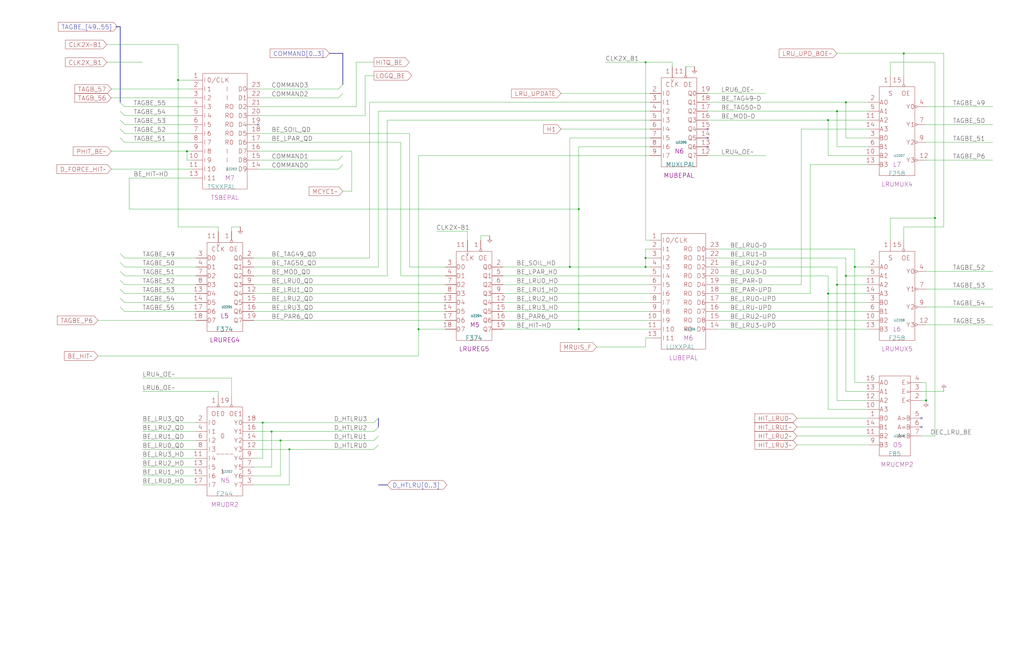
<source format=kicad_sch>
(kicad_sch (version 20210621) (generator eeschema)
  (paper "User" 584.2 378.46)
  (title_block (title "LRU LOGIC\\nPLANE B_EARLY") (date "08-MAR-90") (rev "0.0") (comment 1 "MEM32 BOARD") (comment 2 "232-003066") (comment 3 "S400") (comment 4 "RELEASED"))
  (junction (at 101.6 45.72))
  (junction (at 106.68 86.36))
  (junction (at 149.86 241.3))
  (junction (at 154.94 246.38))
  (junction (at 160.02 251.46))
  (junction (at 165.1 256.54))
  (junction (at 238.76 187.96))
  (junction (at 325.12 152.4))
  (junction (at 330.2 119.38))
  (junction (at 330.2 187.96))
  (junction (at 368.3 35.56))
  (junction (at 368.3 147.32))
  (junction (at 368.3 152.4))
  (junction (at 472.44 68.58))
  (junction (at 472.44 167.64))
  (junction (at 477.52 63.5))
  (junction (at 477.52 162.56))
  (junction (at 482.6 58.42))
  (junction (at 482.6 157.48))
  (junction (at 487.68 152.4))
  (junction (at 515.62 30.48))
  (junction (at 528.32 228.6))
  (junction (at 533.4 124.46))
  (no_connect (at 147.32 71.12))
  (no_connect (at 403.86 73.66))
  (no_connect (at 403.86 78.74))
  (no_connect (at 403.86 83.82))
  (no_connect (at 525.78 238.76))
  (no_connect (at 525.78 243.84))
  (bus_entry (at 68.58 58.42) (size 2.54 2.54))
  (bus_entry (at 68.58 63.5) (size 2.54 2.54))
  (bus_entry (at 68.58 68.58) (size 2.54 2.54))
  (bus_entry (at 68.58 73.66) (size 2.54 2.54))
  (bus_entry (at 68.58 78.74) (size 2.54 2.54))
  (bus_entry (at 68.58 144.78) (size 2.54 2.54))
  (bus_entry (at 68.58 149.86) (size 2.54 2.54))
  (bus_entry (at 68.58 154.94) (size 2.54 2.54))
  (bus_entry (at 68.58 160.02) (size 2.54 2.54))
  (bus_entry (at 68.58 165.1) (size 2.54 2.54))
  (bus_entry (at 68.58 170.18) (size 2.54 2.54))
  (bus_entry (at 68.58 175.26) (size 2.54 2.54))
  (bus_entry (at 195.58 48.26) (size -2.54 2.54))
  (bus_entry (at 195.58 53.34) (size -2.54 2.54))
  (bus_entry (at 195.58 88.9) (size -2.54 2.54))
  (bus_entry (at 195.58 93.98) (size -2.54 2.54))
  (bus_entry (at 215.9 238.76) (size -2.54 2.54))
  (bus_entry (at 215.9 243.84) (size -2.54 2.54))
  (bus_entry (at 215.9 248.92) (size -2.54 2.54))
  (bus_entry (at 215.9 254) (size -2.54 2.54))
  (wire (pts (xy 55.88 182.88) (xy 111.76 182.88)))
  (wire (pts (xy 55.88 203.2) (xy 238.76 203.2)))
  (wire (pts (xy 60.96 25.4) (xy 101.6 25.4)))
  (wire (pts (xy 60.96 35.56) (xy 81.28 35.56)))
  (wire (pts (xy 63.5 50.8) (xy 109.22 50.8)))
  (wire (pts (xy 63.5 55.88) (xy 109.22 55.88)))
  (wire (pts (xy 63.5 86.36) (xy 106.68 86.36)))
  (wire (pts (xy 63.5 96.52) (xy 109.22 96.52)))
  (wire (pts (xy 71.12 60.96) (xy 109.22 60.96)))
  (wire (pts (xy 71.12 66.04) (xy 109.22 66.04)))
  (wire (pts (xy 71.12 71.12) (xy 109.22 71.12)))
  (wire (pts (xy 71.12 76.2) (xy 109.22 76.2)))
  (wire (pts (xy 71.12 81.28) (xy 109.22 81.28)))
  (wire (pts (xy 71.12 147.32) (xy 111.76 147.32)))
  (wire (pts (xy 71.12 152.4) (xy 111.76 152.4)))
  (wire (pts (xy 71.12 157.48) (xy 111.76 157.48)))
  (wire (pts (xy 71.12 162.56) (xy 111.76 162.56)))
  (wire (pts (xy 71.12 167.64) (xy 111.76 167.64)))
  (wire (pts (xy 71.12 172.72) (xy 111.76 172.72)))
  (wire (pts (xy 71.12 177.8) (xy 111.76 177.8)))
  (wire (pts (xy 73.66 101.6) (xy 109.22 101.6)))
  (wire (pts (xy 73.66 119.38) (xy 73.66 101.6)))
  (wire (pts (xy 81.28 215.9) (xy 132.08 215.9)))
  (wire (pts (xy 81.28 223.52) (xy 124.46 223.52)))
  (wire (pts (xy 81.28 241.3) (xy 111.76 241.3)))
  (wire (pts (xy 81.28 246.38) (xy 111.76 246.38)))
  (wire (pts (xy 81.28 251.46) (xy 111.76 251.46)))
  (wire (pts (xy 81.28 256.54) (xy 111.76 256.54)))
  (wire (pts (xy 81.28 261.62) (xy 111.76 261.62)))
  (wire (pts (xy 81.28 266.7) (xy 111.76 266.7)))
  (wire (pts (xy 81.28 271.78) (xy 111.76 271.78)))
  (wire (pts (xy 81.28 276.86) (xy 111.76 276.86)))
  (wire (pts (xy 101.6 25.4) (xy 101.6 45.72)))
  (wire (pts (xy 101.6 45.72) (xy 101.6 129.54)))
  (wire (pts (xy 101.6 45.72) (xy 109.22 45.72)))
  (wire (pts (xy 106.68 86.36) (xy 109.22 86.36)))
  (wire (pts (xy 106.68 91.44) (xy 106.68 86.36)))
  (wire (pts (xy 109.22 91.44) (xy 106.68 91.44)))
  (wire (pts (xy 124.46 129.54) (xy 101.6 129.54)))
  (wire (pts (xy 124.46 132.08) (xy 124.46 129.54)))
  (wire (pts (xy 124.46 223.52) (xy 124.46 226.06)))
  (wire (pts (xy 132.08 129.54) (xy 132.08 132.08)))
  (wire (pts (xy 132.08 215.9) (xy 132.08 226.06)))
  (wire (pts (xy 137.16 129.54) (xy 132.08 129.54)))
  (wire (pts (xy 144.78 152.4) (xy 215.9 152.4)))
  (wire (pts (xy 144.78 162.56) (xy 254 162.56)))
  (wire (pts (xy 144.78 167.64) (xy 254 167.64)))
  (wire (pts (xy 144.78 172.72) (xy 254 172.72)))
  (wire (pts (xy 144.78 177.8) (xy 254 177.8)))
  (wire (pts (xy 144.78 182.88) (xy 254 182.88)))
  (wire (pts (xy 144.78 241.3) (xy 149.86 241.3)))
  (wire (pts (xy 144.78 246.38) (xy 154.94 246.38)))
  (wire (pts (xy 144.78 251.46) (xy 160.02 251.46)))
  (wire (pts (xy 144.78 256.54) (xy 165.1 256.54)))
  (wire (pts (xy 144.78 261.62) (xy 149.86 261.62)))
  (wire (pts (xy 144.78 266.7) (xy 154.94 266.7)))
  (wire (pts (xy 144.78 271.78) (xy 160.02 271.78)))
  (wire (pts (xy 144.78 276.86) (xy 165.1 276.86)))
  (wire (pts (xy 147.32 50.8) (xy 193.04 50.8)))
  (wire (pts (xy 147.32 55.88) (xy 193.04 55.88)))
  (wire (pts (xy 147.32 60.96) (xy 203.2 60.96)))
  (wire (pts (xy 147.32 76.2) (xy 233.68 76.2)))
  (wire (pts (xy 147.32 91.44) (xy 193.04 91.44)))
  (wire (pts (xy 147.32 96.52) (xy 193.04 96.52)))
  (wire (pts (xy 149.86 241.3) (xy 213.36 241.3)))
  (wire (pts (xy 149.86 261.62) (xy 149.86 241.3)))
  (wire (pts (xy 154.94 246.38) (xy 213.36 246.38)))
  (wire (pts (xy 154.94 266.7) (xy 154.94 246.38)))
  (wire (pts (xy 160.02 251.46) (xy 213.36 251.46)))
  (wire (pts (xy 160.02 271.78) (xy 160.02 251.46)))
  (wire (pts (xy 165.1 256.54) (xy 213.36 256.54)))
  (wire (pts (xy 165.1 276.86) (xy 165.1 256.54)))
  (wire (pts (xy 195.58 109.22) (xy 200.66 109.22)))
  (wire (pts (xy 200.66 86.36) (xy 147.32 86.36)))
  (wire (pts (xy 200.66 109.22) (xy 200.66 86.36)))
  (wire (pts (xy 203.2 35.56) (xy 213.36 35.56)))
  (wire (pts (xy 203.2 60.96) (xy 203.2 35.56)))
  (wire (pts (xy 208.28 43.18) (xy 208.28 66.04)))
  (wire (pts (xy 208.28 66.04) (xy 147.32 66.04)))
  (wire (pts (xy 210.82 58.42) (xy 210.82 147.32)))
  (wire (pts (xy 210.82 147.32) (xy 144.78 147.32)))
  (wire (pts (xy 213.36 43.18) (xy 208.28 43.18)))
  (wire (pts (xy 215.9 63.5) (xy 370.84 63.5)))
  (wire (pts (xy 215.9 152.4) (xy 215.9 63.5)))
  (wire (pts (xy 220.98 68.58) (xy 220.98 157.48)))
  (wire (pts (xy 220.98 157.48) (xy 144.78 157.48)))
  (wire (pts (xy 228.6 81.28) (xy 147.32 81.28)))
  (wire (pts (xy 228.6 157.48) (xy 228.6 81.28)))
  (wire (pts (xy 233.68 76.2) (xy 233.68 152.4)))
  (wire (pts (xy 233.68 152.4) (xy 254 152.4)))
  (wire (pts (xy 238.76 88.9) (xy 238.76 187.96)))
  (wire (pts (xy 238.76 187.96) (xy 254 187.96)))
  (wire (pts (xy 238.76 203.2) (xy 238.76 187.96)))
  (wire (pts (xy 248.92 132.08) (xy 266.7 132.08)))
  (wire (pts (xy 254 157.48) (xy 228.6 157.48)))
  (wire (pts (xy 266.7 132.08) (xy 266.7 137.16)))
  (wire (pts (xy 274.32 134.62) (xy 274.32 137.16)))
  (wire (pts (xy 279.4 134.62) (xy 274.32 134.62)))
  (wire (pts (xy 287.02 152.4) (xy 325.12 152.4)))
  (wire (pts (xy 287.02 157.48) (xy 370.84 157.48)))
  (wire (pts (xy 287.02 162.56) (xy 370.84 162.56)))
  (wire (pts (xy 287.02 167.64) (xy 370.84 167.64)))
  (wire (pts (xy 287.02 172.72) (xy 370.84 172.72)))
  (wire (pts (xy 287.02 177.8) (xy 370.84 177.8)))
  (wire (pts (xy 287.02 182.88) (xy 370.84 182.88)))
  (wire (pts (xy 287.02 187.96) (xy 330.2 187.96)))
  (wire (pts (xy 320.04 53.34) (xy 370.84 53.34)))
  (wire (pts (xy 320.04 73.66) (xy 370.84 73.66)))
  (wire (pts (xy 325.12 78.74) (xy 370.84 78.74)))
  (wire (pts (xy 325.12 152.4) (xy 325.12 78.74)))
  (wire (pts (xy 325.12 152.4) (xy 368.3 152.4)))
  (wire (pts (xy 330.2 83.82) (xy 370.84 83.82)))
  (wire (pts (xy 330.2 119.38) (xy 73.66 119.38)))
  (wire (pts (xy 330.2 119.38) (xy 330.2 83.82)))
  (wire (pts (xy 330.2 187.96) (xy 330.2 119.38)))
  (wire (pts (xy 330.2 187.96) (xy 370.84 187.96)))
  (wire (pts (xy 340.36 198.12) (xy 368.3 198.12)))
  (wire (pts (xy 345.44 35.56) (xy 368.3 35.56)))
  (wire (pts (xy 368.3 35.56) (xy 368.3 137.16)))
  (wire (pts (xy 368.3 35.56) (xy 383.54 35.56)))
  (wire (pts (xy 368.3 142.24) (xy 368.3 147.32)))
  (wire (pts (xy 368.3 147.32) (xy 368.3 152.4)))
  (wire (pts (xy 368.3 147.32) (xy 370.84 147.32)))
  (wire (pts (xy 368.3 152.4) (xy 370.84 152.4)))
  (wire (pts (xy 368.3 193.04) (xy 370.84 193.04)))
  (wire (pts (xy 368.3 198.12) (xy 368.3 193.04)))
  (wire (pts (xy 370.84 58.42) (xy 210.82 58.42)))
  (wire (pts (xy 370.84 68.58) (xy 220.98 68.58)))
  (wire (pts (xy 370.84 88.9) (xy 238.76 88.9)))
  (wire (pts (xy 370.84 137.16) (xy 368.3 137.16)))
  (wire (pts (xy 370.84 142.24) (xy 368.3 142.24)))
  (wire (pts (xy 383.54 35.56) (xy 383.54 38.1)))
  (wire (pts (xy 391.16 38.1) (xy 396.24 38.1)))
  (wire (pts (xy 403.86 53.34) (xy 436.88 53.34)))
  (wire (pts (xy 403.86 58.42) (xy 482.6 58.42)))
  (wire (pts (xy 403.86 63.5) (xy 477.52 63.5)))
  (wire (pts (xy 403.86 68.58) (xy 472.44 68.58)))
  (wire (pts (xy 403.86 88.9) (xy 436.88 88.9)))
  (wire (pts (xy 408.94 142.24) (xy 487.68 142.24)))
  (wire (pts (xy 408.94 152.4) (xy 477.52 152.4)))
  (wire (pts (xy 408.94 162.56) (xy 457.2 162.56)))
  (wire (pts (xy 408.94 167.64) (xy 462.28 167.64)))
  (wire (pts (xy 408.94 172.72) (xy 495.3 172.72)))
  (wire (pts (xy 408.94 177.8) (xy 495.3 177.8)))
  (wire (pts (xy 408.94 182.88) (xy 495.3 182.88)))
  (wire (pts (xy 408.94 187.96) (xy 495.3 187.96)))
  (wire (pts (xy 454.66 238.76) (xy 495.3 238.76)))
  (wire (pts (xy 454.66 243.84) (xy 495.3 243.84)))
  (wire (pts (xy 454.66 248.92) (xy 495.3 248.92)))
  (wire (pts (xy 454.66 254) (xy 495.3 254)))
  (wire (pts (xy 457.2 73.66) (xy 457.2 162.56)))
  (wire (pts (xy 462.28 93.98) (xy 495.3 93.98)))
  (wire (pts (xy 462.28 167.64) (xy 462.28 93.98)))
  (wire (pts (xy 472.44 68.58) (xy 495.3 68.58)))
  (wire (pts (xy 472.44 88.9) (xy 472.44 68.58)))
  (wire (pts (xy 472.44 157.48) (xy 408.94 157.48)))
  (wire (pts (xy 472.44 167.64) (xy 472.44 157.48)))
  (wire (pts (xy 472.44 167.64) (xy 495.3 167.64)))
  (wire (pts (xy 472.44 233.68) (xy 472.44 167.64)))
  (wire (pts (xy 477.52 30.48) (xy 515.62 30.48)))
  (wire (pts (xy 477.52 63.5) (xy 477.52 83.82)))
  (wire (pts (xy 477.52 63.5) (xy 495.3 63.5)))
  (wire (pts (xy 477.52 83.82) (xy 495.3 83.82)))
  (wire (pts (xy 477.52 152.4) (xy 477.52 162.56)))
  (wire (pts (xy 477.52 162.56) (xy 477.52 228.6)))
  (wire (pts (xy 477.52 162.56) (xy 495.3 162.56)))
  (wire (pts (xy 477.52 228.6) (xy 495.3 228.6)))
  (wire (pts (xy 482.6 58.42) (xy 482.6 78.74)))
  (wire (pts (xy 482.6 58.42) (xy 495.3 58.42)))
  (wire (pts (xy 482.6 147.32) (xy 408.94 147.32)))
  (wire (pts (xy 482.6 157.48) (xy 482.6 147.32)))
  (wire (pts (xy 482.6 157.48) (xy 495.3 157.48)))
  (wire (pts (xy 482.6 223.52) (xy 482.6 157.48)))
  (wire (pts (xy 487.68 142.24) (xy 487.68 152.4)))
  (wire (pts (xy 487.68 152.4) (xy 487.68 218.44)))
  (wire (pts (xy 487.68 152.4) (xy 495.3 152.4)))
  (wire (pts (xy 487.68 218.44) (xy 495.3 218.44)))
  (wire (pts (xy 495.3 73.66) (xy 457.2 73.66)))
  (wire (pts (xy 495.3 78.74) (xy 482.6 78.74)))
  (wire (pts (xy 495.3 88.9) (xy 472.44 88.9)))
  (wire (pts (xy 495.3 223.52) (xy 482.6 223.52)))
  (wire (pts (xy 495.3 233.68) (xy 472.44 233.68)))
  (wire (pts (xy 508 35.56) (xy 508 43.18)))
  (wire (pts (xy 508 124.46) (xy 508 137.16)))
  (wire (pts (xy 515.62 30.48) (xy 515.62 43.18)))
  (wire (pts (xy 515.62 30.48) (xy 538.48 30.48)))
  (wire (pts (xy 515.62 129.54) (xy 538.48 129.54)))
  (wire (pts (xy 515.62 137.16) (xy 515.62 129.54)))
  (wire (pts (xy 525.78 218.44) (xy 528.32 218.44)))
  (wire (pts (xy 525.78 223.52) (xy 538.48 223.52)))
  (wire (pts (xy 525.78 228.6) (xy 528.32 228.6)))
  (wire (pts (xy 525.78 248.92) (xy 533.4 248.92)))
  (wire (pts (xy 528.32 60.96) (xy 566.42 60.96)))
  (wire (pts (xy 528.32 71.12) (xy 566.42 71.12)))
  (wire (pts (xy 528.32 81.28) (xy 566.42 81.28)))
  (wire (pts (xy 528.32 91.44) (xy 566.42 91.44)))
  (wire (pts (xy 528.32 154.94) (xy 566.42 154.94)))
  (wire (pts (xy 528.32 165.1) (xy 566.42 165.1)))
  (wire (pts (xy 528.32 175.26) (xy 566.42 175.26)))
  (wire (pts (xy 528.32 185.42) (xy 566.42 185.42)))
  (wire (pts (xy 528.32 218.44) (xy 528.32 228.6)))
  (wire (pts (xy 533.4 35.56) (xy 508 35.56)))
  (wire (pts (xy 533.4 124.46) (xy 508 124.46)))
  (wire (pts (xy 533.4 124.46) (xy 533.4 35.56)))
  (wire (pts (xy 533.4 248.92) (xy 533.4 124.46)))
  (wire (pts (xy 538.48 129.54) (xy 538.48 30.48)))
  (bus (pts (xy 66.04 15.24) (xy 68.58 15.24)))
  (bus (pts (xy 68.58 15.24) (xy 68.58 180.34)))
  (bus (pts (xy 187.96 30.48) (xy 195.58 30.48)))
  (bus (pts (xy 195.58 30.48) (xy 195.58 99.06)))
  (bus (pts (xy 215.9 238.76) (xy 215.9 276.86)))
  (bus (pts (xy 215.9 276.86) (xy 220.98 276.86)))
  (label "TAGBE_55" (at 76.2 60.96 0) (effects (font (size 2.54 2.54))))
  (label "TAGBE_54" (at 76.2 66.04 0) (effects (font (size 2.54 2.54))))
  (label "TAGBE_53" (at 76.2 71.12 0) (effects (font (size 2.54 2.54))))
  (label "TAGBE_52" (at 76.2 76.2 0) (effects (font (size 2.54 2.54))))
  (label "TAGBE_51" (at 76.2 81.28 0) (effects (font (size 2.54 2.54))))
  (label "BE_HIT~HD" (at 76.2 101.6 0) (effects (font (size 2.54 2.54))))
  (label "TAGBE_49" (at 81.28 147.32 0) (effects (font (size 2.54 2.54))))
  (label "TAGBE_50" (at 81.28 152.4 0) (effects (font (size 2.54 2.54))))
  (label "TAGBE_51" (at 81.28 157.48 0) (effects (font (size 2.54 2.54))))
  (label "TAGBE_52" (at 81.28 162.56 0) (effects (font (size 2.54 2.54))))
  (label "TAGBE_53" (at 81.28 167.64 0) (effects (font (size 2.54 2.54))))
  (label "TAGBE_54" (at 81.28 172.72 0) (effects (font (size 2.54 2.54))))
  (label "TAGBE_55" (at 81.28 177.8 0) (effects (font (size 2.54 2.54))))
  (label "LRU4_OE~" (at 81.28 215.9 0) (effects (font (size 2.54 2.54))))
  (label "LRU6_OE~" (at 81.28 223.52 0) (effects (font (size 2.54 2.54))))
  (label "BE_LRU3_QD" (at 81.28 241.3 0) (effects (font (size 2.54 2.54))))
  (label "BE_LRU2_QD" (at 81.28 246.38 0) (effects (font (size 2.54 2.54))))
  (label "BE_LRU1_QD" (at 81.28 251.46 0) (effects (font (size 2.54 2.54))))
  (label "BE_LRU0_QD" (at 81.28 256.54 0) (effects (font (size 2.54 2.54))))
  (label "BE_LRU3_HD" (at 81.28 261.62 0) (effects (font (size 2.54 2.54))))
  (label "BE_LRU2_HD" (at 81.28 266.7 0) (effects (font (size 2.54 2.54))))
  (label "BE_LRU1_HD" (at 81.28 271.78 0) (effects (font (size 2.54 2.54))))
  (label "BE_LRU0_HD" (at 81.28 276.86 0) (effects (font (size 2.54 2.54))))
  (label "COMMAND3" (at 154.94 50.8 0) (effects (font (size 2.54 2.54))))
  (label "COMMAND2" (at 154.94 55.88 0) (effects (font (size 2.54 2.54))))
  (label "BE_SOIL_QD" (at 154.94 76.2 0) (effects (font (size 2.54 2.54))))
  (label "BE_LPAR_QD" (at 154.94 81.28 0) (effects (font (size 2.54 2.54))))
  (label "COMMAND1" (at 154.94 91.44 0) (effects (font (size 2.54 2.54))))
  (label "COMMAND0" (at 154.94 96.52 0) (effects (font (size 2.54 2.54))))
  (label "BE_TAG49_QD" (at 154.94 147.32 0) (effects (font (size 2.54 2.54))))
  (label "BE_TAG50_QD" (at 154.94 152.4 0) (effects (font (size 2.54 2.54))))
  (label "BE_MOD_QD" (at 154.94 157.48 0) (effects (font (size 2.54 2.54))))
  (label "BE_LRU0_QD" (at 154.94 162.56 0) (effects (font (size 2.54 2.54))))
  (label "BE_LRU1_QD" (at 154.94 167.64 0) (effects (font (size 2.54 2.54))))
  (label "BE_LRU2_QD" (at 154.94 172.72 0) (effects (font (size 2.54 2.54))))
  (label "BE_LRU3_QD" (at 154.94 177.8 0) (effects (font (size 2.54 2.54))))
  (label "BE_PAR6_QD" (at 154.94 182.88 0) (effects (font (size 2.54 2.54))))
  (label "D_HTLRU3" (at 190.5 241.3 0) (effects (font (size 2.54 2.54))))
  (label "D_HTLRU2" (at 190.5 246.38 0) (effects (font (size 2.54 2.54))))
  (label "D_HTLRU1" (at 190.5 251.46 0) (effects (font (size 2.54 2.54))))
  (label "D_HTLRU0" (at 190.5 256.54 0) (effects (font (size 2.54 2.54))))
  (label "CLK2X~B1" (at 248.92 132.08 0) (effects (font (size 2.54 2.54))))
  (label "BE_SOIL_HD" (at 294.64 152.4 0) (effects (font (size 2.54 2.54))))
  (label "BE_LPAR_HD" (at 294.64 157.48 0) (effects (font (size 2.54 2.54))))
  (label "BE_LRU0_HD" (at 294.64 162.56 0) (effects (font (size 2.54 2.54))))
  (label "BE_LRU1_HD" (at 294.64 167.64 0) (effects (font (size 2.54 2.54))))
  (label "BE_LRU2_HD" (at 294.64 172.72 0) (effects (font (size 2.54 2.54))))
  (label "BE_LRU3_HD" (at 294.64 177.8 0) (effects (font (size 2.54 2.54))))
  (label "BE_PAR6_HD" (at 294.64 182.88 0) (effects (font (size 2.54 2.54))))
  (label "BE_HIT~HD" (at 294.64 187.96 0) (effects (font (size 2.54 2.54))))
  (label "CLK2X_B1" (at 345.44 35.56 0) (effects (font (size 2.54 2.54))))
  (label "LRU6_OE~" (at 411.48 53.34 0) (effects (font (size 2.54 2.54))))
  (label "BE_TAG49~D" (at 411.48 58.42 0) (effects (font (size 2.54 2.54))))
  (label "BE_TAG50~D" (at 411.48 63.5 0) (effects (font (size 2.54 2.54))))
  (label "BE_MOD~D" (at 411.48 68.58 0) (effects (font (size 2.54 2.54))))
  (label "LRU4_OE~" (at 411.48 88.9 0) (effects (font (size 2.54 2.54))))
  (label "BE_LRU0~D" (at 416.56 142.24 0) (effects (font (size 2.54 2.54))))
  (label "BE_LRU1~D" (at 416.56 147.32 0) (effects (font (size 2.54 2.54))))
  (label "BE_LRU2~D" (at 416.56 152.4 0) (effects (font (size 2.54 2.54))))
  (label "BE_LRU3~D" (at 416.56 157.48 0) (effects (font (size 2.54 2.54))))
  (label "BE_PAR~D" (at 416.56 162.56 0) (effects (font (size 2.54 2.54))))
  (label "BE_PAR~UPD" (at 416.56 167.64 0) (effects (font (size 2.54 2.54))))
  (label "BE_LRU0~UPD" (at 416.56 172.72 0) (effects (font (size 2.54 2.54))))
  (label "BE_LRU~UPD" (at 416.56 177.8 0) (effects (font (size 2.54 2.54))))
  (label "BE_LRU2~UPD" (at 416.56 182.88 0) (effects (font (size 2.54 2.54))))
  (label "BE_LRU3~UPD" (at 416.56 187.96 0) (effects (font (size 2.54 2.54))))
  (label "DEC_LRU_BE" (at 530.86 248.92 0) (effects (font (size 2.54 2.54))))
  (label "TAGBE_49" (at 543.56 60.96 0) (effects (font (size 2.54 2.54))))
  (label "TAGBE_50" (at 543.56 71.12 0) (effects (font (size 2.54 2.54))))
  (label "TAGBE_51" (at 543.56 81.28 0) (effects (font (size 2.54 2.54))))
  (label "TAGBE_P6" (at 543.56 91.44 0) (effects (font (size 2.54 2.54))))
  (label "TAGBE_52" (at 543.56 154.94 0) (effects (font (size 2.54 2.54))))
  (label "TAGBE_53" (at 543.56 165.1 0) (effects (font (size 2.54 2.54))))
  (label "TAGBE_54" (at 543.56 175.26 0) (effects (font (size 2.54 2.54))))
  (label "TAGBE_55" (at 543.56 185.42 0) (effects (font (size 2.54 2.54))))
  (global_label "TAGBE_P6" (shape input) (at 55.88 182.88 180) (effects (font (size 2.54 2.54))) (property "Intersheet References" "${INTERSHEET_REFS}" (at 32.6692 182.7213 0) (effects (font (size 2.54 2.54)) (justify right))))
  (global_label "BE_HIT~" (shape input) (at 55.88 203.2 180) (effects (font (size 2.54 2.54))) (property "Intersheet References" "${INTERSHEET_REFS}" (at 36.6607 203.0413 0) (effects (font (size 2.54 2.54)) (justify right))))
  (global_label "CLK2X~B1" (shape input) (at 60.96 25.4 180) (effects (font (size 2.54 2.54))) (property "Intersheet References" "${INTERSHEET_REFS}" (at 37.3864 25.2413 0) (effects (font (size 2.54 2.54)) (justify right))))
  (global_label "CLK2X_B1" (shape input) (at 60.96 35.56 180) (effects (font (size 2.54 2.54))) (property "Intersheet References" "${INTERSHEET_REFS}" (at 37.2654 35.4013 0) (effects (font (size 2.54 2.54)) (justify right))))
  (global_label "TAGB_57" (shape input) (at 63.5 50.8 180) (effects (font (size 2.54 2.54))) (property "Intersheet References" "${INTERSHEET_REFS}" (at 42.7083 50.6413 0) (effects (font (size 2.54 2.54)) (justify right))))
  (global_label "TAGB_56" (shape input) (at 63.5 55.88 180) (effects (font (size 2.54 2.54))) (property "Intersheet References" "${INTERSHEET_REFS}" (at 42.7083 55.7213 0) (effects (font (size 2.54 2.54)) (justify right))))
  (global_label "PHIT_BE~" (shape input) (at 63.5 86.36 180) (effects (font (size 2.54 2.54))) (property "Intersheet References" "${INTERSHEET_REFS}" (at 41.7407 86.2013 0) (effects (font (size 2.54 2.54)) (justify right))))
  (global_label "D_FORCE_HIT~" (shape input) (at 63.5 96.52 180) (effects (font (size 2.54 2.54))) (property "Intersheet References" "${INTERSHEET_REFS}" (at 32.4273 96.3613 0) (effects (font (size 2.54 2.54)) (justify right))))
  (global_label "TAGBE_[49..55]" (shape input) (at 66.9492 15.24 180) (effects (font (size 2.54 2.54))) (property "Intersheet References" "${INTERSHEET_REFS}" (at 33.2156 15.0813 0) (effects (font (size 2.54 2.54)) (justify right))))
  (global_label "COMMAND[0..3]" (shape input) (at 187.96 30.48 180) (effects (font (size 2.54 2.54))) (property "Intersheet References" "${INTERSHEET_REFS}" (at 154.1054 30.3213 0) (effects (font (size 2.54 2.54)) (justify right))))
  (global_label "MCYC1~" (shape input) (at 195.58 109.22 180) (effects (font (size 2.54 2.54))) (property "Intersheet References" "${INTERSHEET_REFS}" (at 176.3607 109.0613 0) (effects (font (size 2.54 2.54)) (justify right))))
  (global_label "HITQ_BE" (shape output) (at 213.36 35.56 0) (effects (font (size 2.54 2.54))) (property "Intersheet References" "${INTERSHEET_REFS}" (at 233.426 35.4013 0) (effects (font (size 2.54 2.54)) (justify left))))
  (global_label "LOGQ_BE" (shape output) (at 213.36 43.18 0) (effects (font (size 2.54 2.54))) (property "Intersheet References" "${INTERSHEET_REFS}" (at 234.8774 43.0213 0) (effects (font (size 2.54 2.54)) (justify left))))
  (global_label "D_HTLRU[0..3]" (shape bidirectional) (at 220.98 276.86 0) (effects (font (size 2.54 2.54))) (property "Intersheet References" "${INTERSHEET_REFS}" (at 252.7784 276.7013 0) (effects (font (size 2.54 2.54)) (justify left))))
  (global_label "LRU_UPDATE" (shape input) (at 320.04 53.34 180) (effects (font (size 2.54 2.54))) (property "Intersheet References" "${INTERSHEET_REFS}" (at 291.8702 53.1813 0) (effects (font (size 2.54 2.54)) (justify right))))
  (global_label "H1" (shape input) (at 320.04 73.66 180) (effects (font (size 2.54 2.54))) (property "Intersheet References" "${INTERSHEET_REFS}" (at 310.134 73.5013 0) (effects (font (size 2.54 2.54)) (justify right))))
  (global_label "MRUIS_F" (shape input) (at 340.36 198.12 180) (effects (font (size 2.54 2.54))) (property "Intersheet References" "${INTERSHEET_REFS}" (at 319.6892 197.9613 0) (effects (font (size 2.54 2.54)) (justify right))))
  (global_label "HIT_LRU0~" (shape input) (at 454.66 238.76 180) (effects (font (size 2.54 2.54))) (property "Intersheet References" "${INTERSHEET_REFS}" (at 430.6026 238.6013 0) (effects (font (size 2.54 2.54)) (justify right))))
  (global_label "HIT_LRU1~" (shape input) (at 454.66 243.84 180) (effects (font (size 2.54 2.54))) (property "Intersheet References" "${INTERSHEET_REFS}" (at 430.6026 243.6813 0) (effects (font (size 2.54 2.54)) (justify right))))
  (global_label "HIT_LRU2~" (shape input) (at 454.66 248.92 180) (effects (font (size 2.54 2.54))) (property "Intersheet References" "${INTERSHEET_REFS}" (at 430.6026 248.7613 0) (effects (font (size 2.54 2.54)) (justify right))))
  (global_label "HIT_LRU3~" (shape input) (at 454.66 254 180) (effects (font (size 2.54 2.54))) (property "Intersheet References" "${INTERSHEET_REFS}" (at 430.6026 253.8413 0) (effects (font (size 2.54 2.54)) (justify right))))
  (global_label "LRU_UPD_BOE~" (shape input) (at 477.52 30.48 180) (effects (font (size 2.54 2.54))) (property "Intersheet References" "${INTERSHEET_REFS}" (at 444.5121 30.3213 0) (effects (font (size 2.54 2.54)) (justify right))))
  (symbol (lib_id "r1000:PD") (at 137.16 129.54 0) (unit 1) (in_bom no)
    (property "Reference" "#PWR0167" (effects hide))
    (property "Value" "PD" (effects hide))
  )
  (symbol (lib_id "r1000:PD") (at 279.4 134.62 0) (unit 1) (in_bom no)
    (property "Reference" "#PWR0166" (effects hide))
    (property "Value" "PD" (effects hide))
  )
  (symbol (lib_id "r1000:PD") (at 396.24 38.1 0) (unit 1) (in_bom no)
    (property "Reference" "#PWR0156" (effects hide))
    (property "Value" "PD" (effects hide))
  )
  (symbol (lib_id "r1000:PD") (at 528.32 228.6 0) (unit 1) (in_bom no)
    (property "Reference" "#PWR0155" (effects hide))
    (property "Value" "PD" (effects hide))
  )
  (symbol (lib_id "r1000:PU") (at 538.48 223.52 0) (unit 1)
    (property "Reference" "#PWR0154" (effects hide))
    (property "Value" "PU" (effects hide))
  )
  (symbol (lib_id "r1000:F85") (at 510.54 254 0) (unit 1)
    (property "Reference" "U2209" (at 513.08 248.92 0))
    (property "Value" "F85" (at 506.73 259.08 0) (effects (font (size 2.54 2.54)) (justify left)))
    (property "Location" "O5" (at 509.27 254 0) (effects (font (size 2.54 2.54)) (justify left)))
    (property "Name" "MRUCMP2" (at 511.81 266.7 0) (effects (font (size 2.54 2.54)) (justify bottom)))
  )
  (symbol (lib_id "r1000:MUXLPAL") (at 386.08 86.36 0) (unit 1)
    (property "Reference" "U2205" (at 388.62 81.28 0))
    (property "Value" "MUXLPAL" (at 379.73 93.98 0) (effects (font (size 2.54 2.54)) (justify left)))
    (property "Location" "N6" (at 384.81 86.36 0) (effects (font (size 2.54 2.54)) (justify left)))
    (property "Name" "MUBEPAL" (at 387.35 101.6 0) (effects (font (size 2.54 2.54)) (justify bottom)))
  )
  (symbol (lib_id "r1000:F374") (at 127 180.34 0) (unit 1)
    (property "Reference" "U2201" (at 129.54 175.26 0))
    (property "Value" "F374" (at 123.19 187.96 0) (effects (font (size 2.54 2.54)) (justify left)))
    (property "Location" "L5" (at 125.73 180.34 0) (effects (font (size 2.54 2.54)) (justify left)))
    (property "Name" "LRUREG4" (at 128.27 195.58 0) (effects (font (size 2.54 2.54)) (justify bottom)))
  )
  (symbol (lib_id "r1000:F244") (at 127 274.32 0) (unit 1)
    (property "Reference" "U2202" (at 129.54 269.24 0))
    (property "Value" "F244" (at 123.19 281.94 0) (effects (font (size 2.54 2.54)) (justify left)))
    (property "Location" "N5" (at 125.73 274.32 0) (effects (font (size 2.54 2.54)) (justify left)))
    (property "Name" "MRUDR2" (at 128.27 289.56 0) (effects (font (size 2.54 2.54)) (justify bottom)))
  )
  (symbol (lib_id "r1000:F374") (at 269.24 185.42 0) (unit 1)
    (property "Reference" "U2204" (at 271.78 180.34 0))
    (property "Value" "F374" (at 265.43 193.04 0) (effects (font (size 2.54 2.54)) (justify left)))
    (property "Location" "M5" (at 267.97 185.42 0) (effects (font (size 2.54 2.54)) (justify left)))
    (property "Name" "LRUREG5" (at 270.51 200.66 0) (effects (font (size 2.54 2.54)) (justify bottom)))
  )
  (symbol (lib_id "r1000:F258") (at 510.54 93.98 0) (unit 1)
    (property "Reference" "U2207" (at 513.08 88.9 0))
    (property "Value" "F258" (at 506.73 99.06 0) (effects (font (size 2.54 2.54)) (justify left)))
    (property "Location" "L7" (at 509.27 93.98 0) (effects (font (size 2.54 2.54)) (justify left)))
    (property "Name" "LRUMUX4" (at 511.81 106.68 0) (effects (font (size 2.54 2.54)) (justify bottom)))
  )
  (symbol (lib_id "r1000:F258") (at 510.54 187.96 0) (unit 1)
    (property "Reference" "U2208" (at 513.08 182.88 0))
    (property "Value" "F258" (at 506.73 193.04 0) (effects (font (size 2.54 2.54)) (justify left)))
    (property "Location" "L6" (at 509.27 187.96 0) (effects (font (size 2.54 2.54)) (justify left)))
    (property "Name" "LRUMUX5" (at 511.81 200.66 0) (effects (font (size 2.54 2.54)) (justify bottom)))
  )
  (symbol (lib_id "r1000:TSXXPAL") (at 129.54 101.6 0) (unit 1)
    (property "Reference" "U2203" (at 132.08 96.52 0))
    (property "Value" "TSXXPAL" (at 118.11 106.68 0) (effects (font (size 2.54 2.54)) (justify left)))
    (property "Location" "M7" (at 128.27 101.6 0) (effects (font (size 2.54 2.54)) (justify left)))
    (property "Name" "TSBEPAL" (at 128.27 114.3 0) (effects (font (size 2.54 2.54)) (justify bottom)))
  )
  (symbol (lib_id "r1000:LUXXPAL") (at 391.16 193.04 0) (unit 1)
    (property "Reference" "U2206" (at 393.7 187.96 0))
    (property "Value" "LUXXPAL" (at 379.73 198.12 0) (effects (font (size 2.54 2.54)) (justify left)))
    (property "Location" "M6" (at 389.89 193.04 0) (effects (font (size 2.54 2.54)) (justify left)))
    (property "Name" "LUBEPAL" (at 389.89 205.74 0) (effects (font (size 2.54 2.54)) (justify bottom)))
  )
)
</source>
